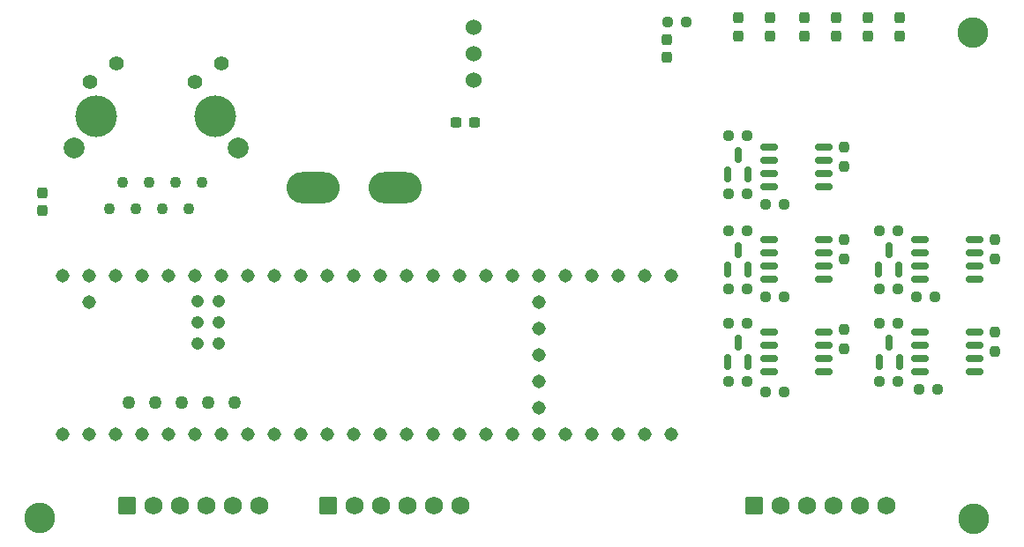
<source format=gts>
%TF.GenerationSoftware,KiCad,Pcbnew,(6.0.7)*%
%TF.CreationDate,2023-04-22T03:46:43-05:00*%
%TF.ProjectId,Flouro_Breakout,466c6f75-726f-45f4-9272-65616b6f7574,rev?*%
%TF.SameCoordinates,Original*%
%TF.FileFunction,Soldermask,Top*%
%TF.FilePolarity,Negative*%
%FSLAX46Y46*%
G04 Gerber Fmt 4.6, Leading zero omitted, Abs format (unit mm)*
G04 Created by KiCad (PCBNEW (6.0.7)) date 2023-04-22 03:46:43*
%MOMM*%
%LPD*%
G01*
G04 APERTURE LIST*
G04 Aperture macros list*
%AMRoundRect*
0 Rectangle with rounded corners*
0 $1 Rounding radius*
0 $2 $3 $4 $5 $6 $7 $8 $9 X,Y pos of 4 corners*
0 Add a 4 corners polygon primitive as box body*
4,1,4,$2,$3,$4,$5,$6,$7,$8,$9,$2,$3,0*
0 Add four circle primitives for the rounded corners*
1,1,$1+$1,$2,$3*
1,1,$1+$1,$4,$5*
1,1,$1+$1,$6,$7*
1,1,$1+$1,$8,$9*
0 Add four rect primitives between the rounded corners*
20,1,$1+$1,$2,$3,$4,$5,0*
20,1,$1+$1,$4,$5,$6,$7,0*
20,1,$1+$1,$6,$7,$8,$9,0*
20,1,$1+$1,$8,$9,$2,$3,0*%
G04 Aperture macros list end*
%ADD10RoundRect,0.250000X-0.620000X-0.620000X0.620000X-0.620000X0.620000X0.620000X-0.620000X0.620000X0*%
%ADD11C,1.740000*%
%ADD12C,2.946400*%
%ADD13RoundRect,0.237500X-0.250000X-0.237500X0.250000X-0.237500X0.250000X0.237500X-0.250000X0.237500X0*%
%ADD14RoundRect,0.237500X0.250000X0.237500X-0.250000X0.237500X-0.250000X-0.237500X0.250000X-0.237500X0*%
%ADD15RoundRect,0.237500X0.237500X-0.250000X0.237500X0.250000X-0.237500X0.250000X-0.237500X-0.250000X0*%
%ADD16RoundRect,0.150000X0.675000X0.150000X-0.675000X0.150000X-0.675000X-0.150000X0.675000X-0.150000X0*%
%ADD17RoundRect,0.150000X0.150000X-0.587500X0.150000X0.587500X-0.150000X0.587500X-0.150000X-0.587500X0*%
%ADD18RoundRect,0.237500X-0.237500X0.287500X-0.237500X-0.287500X0.237500X-0.287500X0.237500X0.287500X0*%
%ADD19C,1.524000*%
%ADD20O,5.100000X3.000000*%
%ADD21C,1.308000*%
%ADD22C,1.258000*%
%ADD23C,1.208000*%
%ADD24RoundRect,0.237500X0.237500X-0.287500X0.237500X0.287500X-0.237500X0.287500X-0.237500X-0.287500X0*%
%ADD25C,1.100000*%
%ADD26C,1.400000*%
%ADD27C,4.000000*%
%ADD28C,2.000000*%
%ADD29RoundRect,0.237500X0.300000X0.237500X-0.300000X0.237500X-0.300000X-0.237500X0.300000X-0.237500X0*%
%ADD30RoundRect,0.237500X-0.237500X0.300000X-0.237500X-0.300000X0.237500X-0.300000X0.237500X0.300000X0*%
G04 APERTURE END LIST*
D10*
%TO.C,Conn4*%
X139700000Y-97294000D03*
D11*
X142240000Y-97294000D03*
X144780000Y-97294000D03*
X147320000Y-97294000D03*
X149860000Y-97294000D03*
X152400000Y-97294000D03*
%TD*%
D10*
%TO.C,Conn2*%
X120396000Y-97294000D03*
D11*
X122936000Y-97294000D03*
X125476000Y-97294000D03*
X128016000Y-97294000D03*
X130556000Y-97294000D03*
X133096000Y-97294000D03*
%TD*%
D12*
%TO.C,H3*%
X112058580Y-98507420D03*
%TD*%
%TO.C,H2*%
X201676000Y-98552000D03*
%TD*%
%TO.C,H1*%
X201631420Y-51860580D03*
%TD*%
D13*
%TO.C,R21*%
X196191500Y-77216000D03*
X198016500Y-77216000D03*
%TD*%
D14*
%TO.C,R20*%
X194460500Y-70866000D03*
X192635500Y-70866000D03*
%TD*%
D15*
%TO.C,R19*%
X203708000Y-73556500D03*
X203708000Y-71731500D03*
%TD*%
D13*
%TO.C,R18*%
X192635500Y-76454000D03*
X194460500Y-76454000D03*
%TD*%
%TO.C,R17*%
X181713500Y-77216000D03*
X183538500Y-77216000D03*
%TD*%
D14*
%TO.C,R16*%
X179982500Y-70866000D03*
X178157500Y-70866000D03*
%TD*%
D15*
%TO.C,R15*%
X189230000Y-73556500D03*
X189230000Y-71731500D03*
%TD*%
D13*
%TO.C,R14*%
X178157500Y-76454000D03*
X179982500Y-76454000D03*
%TD*%
%TO.C,R13*%
X196445500Y-86106000D03*
X198270500Y-86106000D03*
%TD*%
D14*
%TO.C,R12*%
X194460500Y-79756000D03*
X192635500Y-79756000D03*
%TD*%
D15*
%TO.C,R11*%
X203708000Y-82446500D03*
X203708000Y-80621500D03*
%TD*%
D13*
%TO.C,R10*%
X192635500Y-85344000D03*
X194460500Y-85344000D03*
%TD*%
%TO.C,R9*%
X181713500Y-68326000D03*
X183538500Y-68326000D03*
%TD*%
%TO.C,R8*%
X181713500Y-86360000D03*
X183538500Y-86360000D03*
%TD*%
D14*
%TO.C,R7*%
X179982500Y-61722000D03*
X178157500Y-61722000D03*
%TD*%
D15*
%TO.C,R6*%
X189230000Y-64666500D03*
X189230000Y-62841500D03*
%TD*%
D14*
%TO.C,R5*%
X179982500Y-79756000D03*
X178157500Y-79756000D03*
%TD*%
D15*
%TO.C,R4*%
X189230000Y-82192500D03*
X189230000Y-80367500D03*
%TD*%
D13*
%TO.C,R3*%
X178157500Y-67310000D03*
X179982500Y-67310000D03*
%TD*%
%TO.C,R2*%
X178157500Y-85344000D03*
X179982500Y-85344000D03*
%TD*%
D16*
%TO.C,Q10*%
X201761000Y-75565000D03*
X201761000Y-74295000D03*
X201761000Y-73025000D03*
X201761000Y-71755000D03*
X196511000Y-71755000D03*
X196511000Y-73025000D03*
X196511000Y-74295000D03*
X196511000Y-75565000D03*
%TD*%
D17*
%TO.C,Q9*%
X192598000Y-74597500D03*
X194498000Y-74597500D03*
X193548000Y-72722500D03*
%TD*%
D16*
%TO.C,Q8*%
X187283000Y-75565000D03*
X187283000Y-74295000D03*
X187283000Y-73025000D03*
X187283000Y-71755000D03*
X182033000Y-71755000D03*
X182033000Y-73025000D03*
X182033000Y-74295000D03*
X182033000Y-75565000D03*
%TD*%
D17*
%TO.C,Q7*%
X178120000Y-74597500D03*
X180020000Y-74597500D03*
X179070000Y-72722500D03*
%TD*%
D16*
%TO.C,Q6*%
X201761000Y-84455000D03*
X201761000Y-83185000D03*
X201761000Y-81915000D03*
X201761000Y-80645000D03*
X196511000Y-80645000D03*
X196511000Y-81915000D03*
X196511000Y-83185000D03*
X196511000Y-84455000D03*
%TD*%
D17*
%TO.C,Q5*%
X193614000Y-81612500D03*
X194564000Y-83487500D03*
X192664000Y-83487500D03*
%TD*%
D16*
%TO.C,Q4*%
X187283000Y-66675000D03*
X187283000Y-65405000D03*
X187283000Y-64135000D03*
X187283000Y-62865000D03*
X182033000Y-62865000D03*
X182033000Y-64135000D03*
X182033000Y-65405000D03*
X182033000Y-66675000D03*
%TD*%
%TO.C,Q3*%
X187283000Y-84455000D03*
X187283000Y-83185000D03*
X187283000Y-81915000D03*
X187283000Y-80645000D03*
X182033000Y-80645000D03*
X182033000Y-81915000D03*
X182033000Y-83185000D03*
X182033000Y-84455000D03*
%TD*%
D17*
%TO.C,Q2*%
X178120000Y-65453500D03*
X180020000Y-65453500D03*
X179070000Y-63578500D03*
%TD*%
%TO.C,Q1*%
X178120000Y-83487500D03*
X180020000Y-83487500D03*
X179070000Y-81612500D03*
%TD*%
D10*
%TO.C,J2*%
X180594000Y-97294000D03*
D11*
X183134000Y-97294000D03*
X185674000Y-97294000D03*
X188214000Y-97294000D03*
X190754000Y-97294000D03*
X193294000Y-97294000D03*
%TD*%
D18*
%TO.C,D6*%
X191516000Y-50433000D03*
X191516000Y-52183000D03*
%TD*%
%TO.C,D5*%
X188468000Y-50433000D03*
X188468000Y-52183000D03*
%TD*%
%TO.C,D4*%
X185420000Y-52183000D03*
X185420000Y-50433000D03*
%TD*%
%TO.C,D3*%
X194564000Y-50433000D03*
X194564000Y-52183000D03*
%TD*%
%TO.C,D2*%
X182118000Y-50433000D03*
X182118000Y-52183000D03*
%TD*%
D19*
%TO.C,U2*%
X153670000Y-56388000D03*
X153670000Y-53848000D03*
X153670000Y-51308000D03*
%TD*%
D20*
%TO.C,Conn1*%
X146139000Y-66737200D03*
X138265000Y-66737200D03*
%TD*%
D21*
%TO.C,U1*%
X116802000Y-90471000D03*
X119342000Y-90471000D03*
X121882000Y-90471000D03*
X124422000Y-90471000D03*
X149822000Y-90471000D03*
X119342000Y-75231000D03*
X159982000Y-85391000D03*
X126962000Y-90471000D03*
X129502000Y-90471000D03*
D22*
X120612000Y-87421000D03*
D21*
X132042000Y-90471000D03*
X134582000Y-90471000D03*
X137122000Y-90471000D03*
X139662000Y-90471000D03*
X142202000Y-90471000D03*
X144742000Y-90471000D03*
X147282000Y-90471000D03*
X147282000Y-75231000D03*
X144742000Y-75231000D03*
X142202000Y-75231000D03*
X139662000Y-75231000D03*
X137122000Y-75231000D03*
X134582000Y-75231000D03*
X132042000Y-75231000D03*
X129502000Y-75231000D03*
X126962000Y-75231000D03*
X124422000Y-75231000D03*
X121882000Y-75231000D03*
X152362000Y-90471000D03*
X154902000Y-90471000D03*
X157442000Y-90471000D03*
X159982000Y-90471000D03*
X162522000Y-90471000D03*
X165062000Y-90471000D03*
X167602000Y-90471000D03*
X170142000Y-90471000D03*
X172682000Y-90471000D03*
X172682000Y-75231000D03*
X170142000Y-75231000D03*
X167602000Y-75231000D03*
X165062000Y-75231000D03*
X162522000Y-75231000D03*
X159982000Y-75231000D03*
X157442000Y-75231000D03*
X154902000Y-75231000D03*
X152362000Y-75231000D03*
D22*
X125692000Y-87421000D03*
X123152000Y-87421000D03*
D21*
X114262000Y-90471000D03*
X149822000Y-75231000D03*
X116802000Y-75231000D03*
X159982000Y-82851000D03*
D23*
X129232000Y-79681000D03*
X127232000Y-79681000D03*
D21*
X159982000Y-77771000D03*
X159982000Y-80311000D03*
D23*
X127232000Y-77681000D03*
X129232000Y-77681000D03*
X129232000Y-81681000D03*
X127232000Y-81681000D03*
D22*
X128232000Y-87421000D03*
X130772000Y-87421000D03*
D21*
X159982000Y-87931000D03*
X114262000Y-75231000D03*
X116802000Y-77771000D03*
%TD*%
D24*
%TO.C,D1*%
X179070000Y-52183000D03*
X179070000Y-50433000D03*
%TD*%
D25*
%TO.C,J1*%
X127635000Y-66242500D03*
X126365000Y-68782500D03*
X125095000Y-66242500D03*
X123825000Y-68782500D03*
X122555000Y-66242500D03*
X121285000Y-68782500D03*
X120015000Y-66242500D03*
X118745000Y-68782500D03*
D26*
X129515000Y-54812500D03*
X126975000Y-56602500D03*
X119405000Y-54812500D03*
X116865000Y-56602500D03*
D27*
X128905000Y-59892500D03*
X117475000Y-59892500D03*
D28*
X131065000Y-62942500D03*
X115315000Y-62942500D03*
%TD*%
D29*
%TO.C,C2*%
X153770500Y-60452000D03*
X152045500Y-60452000D03*
%TD*%
D30*
%TO.C,C1*%
X112268000Y-67209500D03*
X112268000Y-68934500D03*
%TD*%
%TO.C,C3*%
X172212000Y-52477500D03*
X172212000Y-54202500D03*
%TD*%
D14*
%TO.C,R1*%
X174140500Y-50800000D03*
X172315500Y-50800000D03*
%TD*%
M02*

</source>
